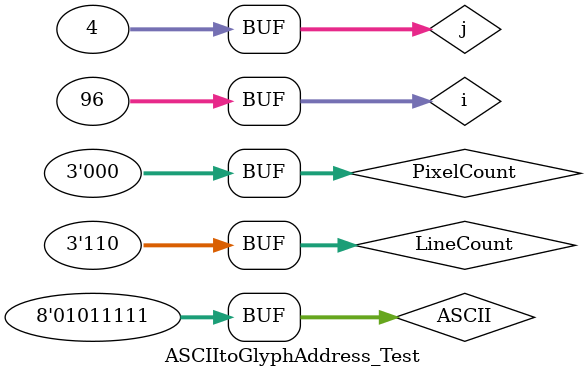
<source format=v>
`timescale 1ns / 1ps


module ASCIItoGlyphAddress_Test;

	// Inputs
	reg [7:0] ASCII;
	reg [2:0] PixelCount;
	reg [2:0] LineCount;

	// Outputs
	wire [12:0] GlyphTableAddress;

	// Instantiate the Unit Under Test (UUT)
	ASCIItoGlyphAddress uut (
		.ASCII(ASCII), 
		.PixelCount(PixelCount), 
		.LineCount(LineCount), 
		.GlyphTableAddress(GlyphTableAddress)
	);

	integer i;
	integer j;
	initial begin
		// Initialize Inputs
		ASCII = 0;
		PixelCount = 0;
		LineCount = 0; 

		// Wait 100 ns for global reset to finish
		#100;
		for(i=32;i<96;i=i+1)
		begin
			ASCII=i;
			for(j=0;j<4;j=j+1)
			begin
				LineCount[2:1] = j;
				#4;
			end
		end
        
		// Add stimulus here

	end
      
endmodule


</source>
